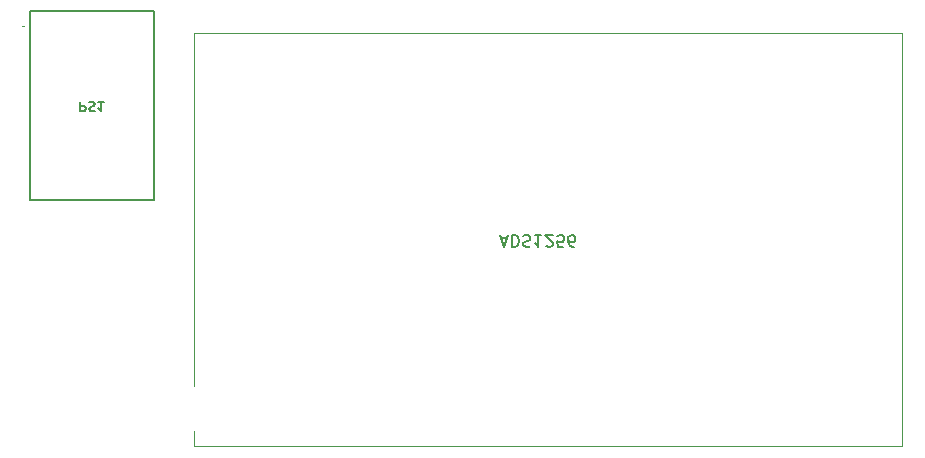
<source format=gbr>
%TF.GenerationSoftware,KiCad,Pcbnew,8.0.4*%
%TF.CreationDate,2024-12-04T14:23:44+01:00*%
%TF.ProjectId,ActivePedal,41637469-7665-4506-9564-616c2e6b6963,rev?*%
%TF.SameCoordinates,Original*%
%TF.FileFunction,Legend,Bot*%
%TF.FilePolarity,Positive*%
%FSLAX46Y46*%
G04 Gerber Fmt 4.6, Leading zero omitted, Abs format (unit mm)*
G04 Created by KiCad (PCBNEW 8.0.4) date 2024-12-04 14:23:44*
%MOMM*%
%LPD*%
G01*
G04 APERTURE LIST*
%ADD10C,0.150000*%
%ADD11C,0.100000*%
%ADD12C,0.200000*%
G04 APERTURE END LIST*
D10*
X105572160Y-49691895D02*
X106048350Y-49691895D01*
X105476922Y-49406180D02*
X105810255Y-50406180D01*
X105810255Y-50406180D02*
X106143588Y-49406180D01*
X106476922Y-49406180D02*
X106476922Y-50406180D01*
X106476922Y-50406180D02*
X106715017Y-50406180D01*
X106715017Y-50406180D02*
X106857874Y-50358561D01*
X106857874Y-50358561D02*
X106953112Y-50263323D01*
X106953112Y-50263323D02*
X107000731Y-50168085D01*
X107000731Y-50168085D02*
X107048350Y-49977609D01*
X107048350Y-49977609D02*
X107048350Y-49834752D01*
X107048350Y-49834752D02*
X107000731Y-49644276D01*
X107000731Y-49644276D02*
X106953112Y-49549038D01*
X106953112Y-49549038D02*
X106857874Y-49453800D01*
X106857874Y-49453800D02*
X106715017Y-49406180D01*
X106715017Y-49406180D02*
X106476922Y-49406180D01*
X107429303Y-49453800D02*
X107572160Y-49406180D01*
X107572160Y-49406180D02*
X107810255Y-49406180D01*
X107810255Y-49406180D02*
X107905493Y-49453800D01*
X107905493Y-49453800D02*
X107953112Y-49501419D01*
X107953112Y-49501419D02*
X108000731Y-49596657D01*
X108000731Y-49596657D02*
X108000731Y-49691895D01*
X108000731Y-49691895D02*
X107953112Y-49787133D01*
X107953112Y-49787133D02*
X107905493Y-49834752D01*
X107905493Y-49834752D02*
X107810255Y-49882371D01*
X107810255Y-49882371D02*
X107619779Y-49929990D01*
X107619779Y-49929990D02*
X107524541Y-49977609D01*
X107524541Y-49977609D02*
X107476922Y-50025228D01*
X107476922Y-50025228D02*
X107429303Y-50120466D01*
X107429303Y-50120466D02*
X107429303Y-50215704D01*
X107429303Y-50215704D02*
X107476922Y-50310942D01*
X107476922Y-50310942D02*
X107524541Y-50358561D01*
X107524541Y-50358561D02*
X107619779Y-50406180D01*
X107619779Y-50406180D02*
X107857874Y-50406180D01*
X107857874Y-50406180D02*
X108000731Y-50358561D01*
X108953112Y-49406180D02*
X108381684Y-49406180D01*
X108667398Y-49406180D02*
X108667398Y-50406180D01*
X108667398Y-50406180D02*
X108572160Y-50263323D01*
X108572160Y-50263323D02*
X108476922Y-50168085D01*
X108476922Y-50168085D02*
X108381684Y-50120466D01*
X109334065Y-50310942D02*
X109381684Y-50358561D01*
X109381684Y-50358561D02*
X109476922Y-50406180D01*
X109476922Y-50406180D02*
X109715017Y-50406180D01*
X109715017Y-50406180D02*
X109810255Y-50358561D01*
X109810255Y-50358561D02*
X109857874Y-50310942D01*
X109857874Y-50310942D02*
X109905493Y-50215704D01*
X109905493Y-50215704D02*
X109905493Y-50120466D01*
X109905493Y-50120466D02*
X109857874Y-49977609D01*
X109857874Y-49977609D02*
X109286446Y-49406180D01*
X109286446Y-49406180D02*
X109905493Y-49406180D01*
X110810255Y-50406180D02*
X110334065Y-50406180D01*
X110334065Y-50406180D02*
X110286446Y-49929990D01*
X110286446Y-49929990D02*
X110334065Y-49977609D01*
X110334065Y-49977609D02*
X110429303Y-50025228D01*
X110429303Y-50025228D02*
X110667398Y-50025228D01*
X110667398Y-50025228D02*
X110762636Y-49977609D01*
X110762636Y-49977609D02*
X110810255Y-49929990D01*
X110810255Y-49929990D02*
X110857874Y-49834752D01*
X110857874Y-49834752D02*
X110857874Y-49596657D01*
X110857874Y-49596657D02*
X110810255Y-49501419D01*
X110810255Y-49501419D02*
X110762636Y-49453800D01*
X110762636Y-49453800D02*
X110667398Y-49406180D01*
X110667398Y-49406180D02*
X110429303Y-49406180D01*
X110429303Y-49406180D02*
X110334065Y-49453800D01*
X110334065Y-49453800D02*
X110286446Y-49501419D01*
X111715017Y-50406180D02*
X111524541Y-50406180D01*
X111524541Y-50406180D02*
X111429303Y-50358561D01*
X111429303Y-50358561D02*
X111381684Y-50310942D01*
X111381684Y-50310942D02*
X111286446Y-50168085D01*
X111286446Y-50168085D02*
X111238827Y-49977609D01*
X111238827Y-49977609D02*
X111238827Y-49596657D01*
X111238827Y-49596657D02*
X111286446Y-49501419D01*
X111286446Y-49501419D02*
X111334065Y-49453800D01*
X111334065Y-49453800D02*
X111429303Y-49406180D01*
X111429303Y-49406180D02*
X111619779Y-49406180D01*
X111619779Y-49406180D02*
X111715017Y-49453800D01*
X111715017Y-49453800D02*
X111762636Y-49501419D01*
X111762636Y-49501419D02*
X111810255Y-49596657D01*
X111810255Y-49596657D02*
X111810255Y-49834752D01*
X111810255Y-49834752D02*
X111762636Y-49929990D01*
X111762636Y-49929990D02*
X111715017Y-49977609D01*
X111715017Y-49977609D02*
X111619779Y-50025228D01*
X111619779Y-50025228D02*
X111429303Y-50025228D01*
X111429303Y-50025228D02*
X111334065Y-49977609D01*
X111334065Y-49977609D02*
X111286446Y-49929990D01*
X111286446Y-49929990D02*
X111238827Y-49834752D01*
X69894571Y-38117704D02*
X69894571Y-38917704D01*
X69894571Y-38917704D02*
X70199333Y-38917704D01*
X70199333Y-38917704D02*
X70275523Y-38879609D01*
X70275523Y-38879609D02*
X70313618Y-38841514D01*
X70313618Y-38841514D02*
X70351714Y-38765323D01*
X70351714Y-38765323D02*
X70351714Y-38651038D01*
X70351714Y-38651038D02*
X70313618Y-38574847D01*
X70313618Y-38574847D02*
X70275523Y-38536752D01*
X70275523Y-38536752D02*
X70199333Y-38498657D01*
X70199333Y-38498657D02*
X69894571Y-38498657D01*
X70656475Y-38155800D02*
X70770761Y-38117704D01*
X70770761Y-38117704D02*
X70961237Y-38117704D01*
X70961237Y-38117704D02*
X71037428Y-38155800D01*
X71037428Y-38155800D02*
X71075523Y-38193895D01*
X71075523Y-38193895D02*
X71113618Y-38270085D01*
X71113618Y-38270085D02*
X71113618Y-38346276D01*
X71113618Y-38346276D02*
X71075523Y-38422466D01*
X71075523Y-38422466D02*
X71037428Y-38460561D01*
X71037428Y-38460561D02*
X70961237Y-38498657D01*
X70961237Y-38498657D02*
X70808856Y-38536752D01*
X70808856Y-38536752D02*
X70732666Y-38574847D01*
X70732666Y-38574847D02*
X70694571Y-38612942D01*
X70694571Y-38612942D02*
X70656475Y-38689133D01*
X70656475Y-38689133D02*
X70656475Y-38765323D01*
X70656475Y-38765323D02*
X70694571Y-38841514D01*
X70694571Y-38841514D02*
X70732666Y-38879609D01*
X70732666Y-38879609D02*
X70808856Y-38917704D01*
X70808856Y-38917704D02*
X70999333Y-38917704D01*
X70999333Y-38917704D02*
X71113618Y-38879609D01*
X71875523Y-38117704D02*
X71418380Y-38117704D01*
X71646952Y-38117704D02*
X71646952Y-38917704D01*
X71646952Y-38917704D02*
X71570761Y-38803419D01*
X71570761Y-38803419D02*
X71494571Y-38727228D01*
X71494571Y-38727228D02*
X71418380Y-38689133D01*
D11*
%TO.C,PS1*%
X65026000Y-31750000D02*
X65026000Y-31750000D01*
X65126000Y-31750000D02*
X65126000Y-31750000D01*
D12*
X65616000Y-30480000D02*
X76116000Y-30480000D01*
X65616000Y-46480000D02*
X65616000Y-30480000D01*
X76116000Y-30480000D02*
X76116000Y-46480000D01*
X76116000Y-46480000D02*
X65616000Y-46480000D01*
D11*
X65026000Y-31750000D02*
G75*
G02*
X65126000Y-31750000I50000J0D01*
G01*
X65126000Y-31750000D02*
G75*
G02*
X65026000Y-31750000I-50000J0D01*
G01*
%TO.C,U2*%
X79502000Y-32310000D02*
X139502000Y-32310000D01*
X79502000Y-59690000D02*
X79502000Y-32310000D01*
X79502000Y-62230000D02*
X79502000Y-59690000D01*
X79502000Y-66040000D02*
X79502000Y-67310000D01*
X139502000Y-32310000D02*
X139502000Y-67310000D01*
X139502000Y-67310000D02*
X79502000Y-67310000D01*
%TD*%
M02*

</source>
